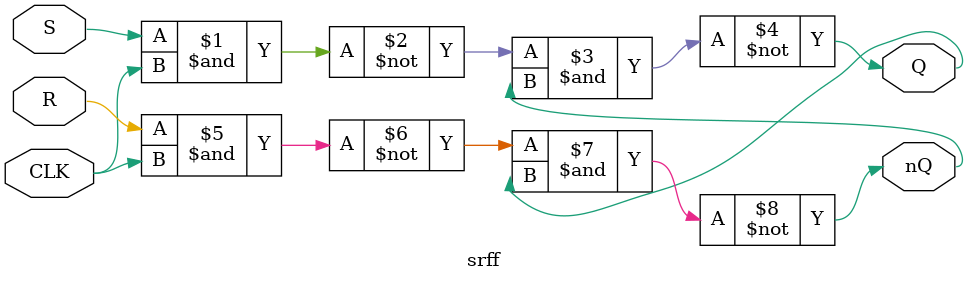
<source format=v>
`timescale 1ns / 1ps

module srff(CLK, R, S, Q, nQ);

input CLK, R, S;
output Q, nQ;

assign Q = ~(~(S & CLK) & nQ);
assign nQ = ~(~(R & CLK) & Q);

endmodule
</source>
